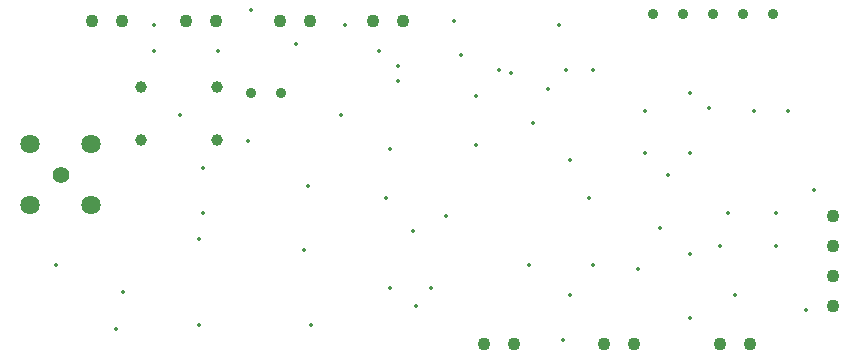
<source format=gbr>
%TF.GenerationSoftware,Novarm,DipTrace,3.3.0.1*%
%TF.CreationDate,2018-11-14T10:18:36-08:00*%
%FSLAX26Y26*%
%MOIN*%
%TF.FileFunction,Plated,1,2,PTH,Drill*%
%TF.Part,Single*%
%TA.AperFunction,ViaDrill*%
%ADD43C,0.01378*%
%TA.AperFunction,ComponentDrill*%
%ADD45C,0.064173*%
%ADD46C,0.055118*%
%ADD47C,0.043307*%
%ADD48C,0.035433*%
%ADD49C,0.03937*%
G75*
G01*
D45*
X518700Y1031200D3*
X721456D3*
Y1233956D3*
X518700D3*
D46*
X620078Y1132578D3*
D47*
X2131200Y568700D3*
X2031200D3*
D48*
X1356200Y1406200D3*
X1256200D3*
D47*
X2531200Y568700D3*
X2431200D3*
X2918700D3*
X2818700D3*
X1662598Y1643700D3*
X1762598D3*
X1350098D3*
X1450098D3*
D48*
X2593700Y1668700D3*
X2693700D3*
X2793700D3*
X2893700D3*
X2993700D3*
D47*
X3193700Y993700D3*
Y893700D3*
Y793700D3*
Y693700D3*
X1037598Y1643700D3*
X1137598D3*
X725098D3*
X825098D3*
D49*
X886781Y1424340D3*
Y1247175D3*
X1142687D3*
Y1424340D3*
D43*
X3043700Y1343700D3*
X2006200Y1231200D3*
X1906200Y993700D3*
X2818700Y893700D3*
X3006200D3*
X2006200Y1393700D3*
X2243700Y1418700D3*
X2318700Y1181200D3*
X2193700Y1306200D3*
X2568700Y1206200D3*
X2843700Y1006200D3*
X3006200D3*
X2718700Y868700D3*
X2618700Y956200D3*
X1956200Y1531200D3*
X2868700Y731200D3*
X2543700Y818700D3*
X2393700Y831200D3*
X2181200D3*
X1793700Y943700D3*
X1806200Y693700D3*
X1456200Y631200D3*
X1081200D3*
X1431200Y881200D3*
X1081200Y918700D3*
X1443700Y1093700D3*
X1093700Y1156200D3*
X1243700Y1243700D3*
X1556200Y1331200D3*
X1681200Y1543700D3*
X1931200Y1643700D3*
X1568700Y1631200D3*
X1406200Y1568700D3*
X931200Y1631200D3*
Y1543700D3*
X1143700D3*
X1256200Y1681200D3*
X1018700Y1331200D3*
X806200Y618700D3*
X606200Y831200D3*
X3131200Y1081200D3*
X2281200Y1631200D3*
X1706200Y1056200D3*
X1718700Y1218700D3*
X2568700Y1343700D3*
X2781200Y1356200D3*
X2931200Y1343700D3*
X2318700Y731200D3*
X2293700Y581200D3*
X2718700Y656200D3*
X3106200Y681200D3*
X2718700Y1406200D3*
Y1206200D3*
X2393700Y1481200D3*
X2306200D3*
X2643700Y1131200D3*
X2381200Y1056200D3*
X1718700Y756200D3*
X1856200D3*
X2120865Y1470865D3*
X1743700Y1443700D3*
Y1493700D3*
X2081200Y1481200D3*
X828050Y740550D3*
X1093700Y1006200D3*
M02*

</source>
